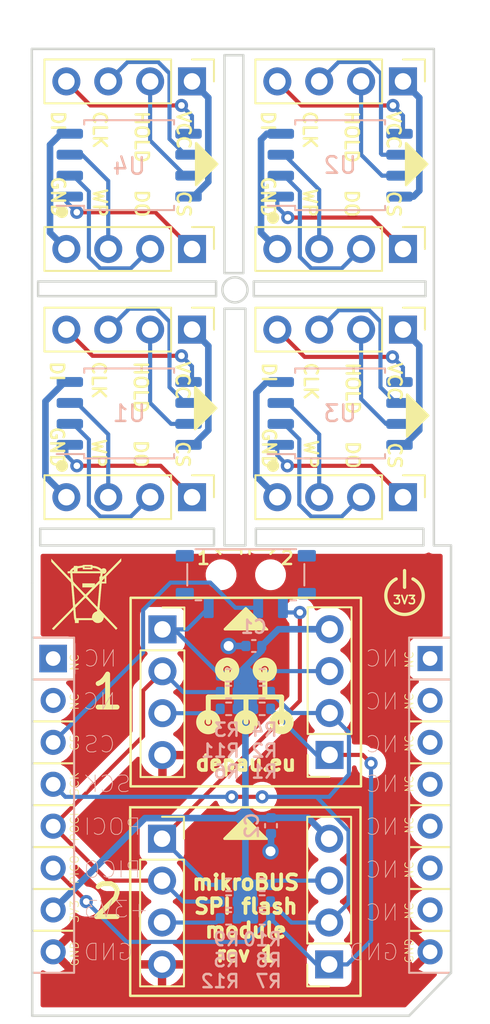
<source format=kicad_pcb>
(kicad_pcb (version 20211014) (generator pcbnew)
  (title_block (title "mikroBUS SPI NOR board") (date "2022-11-13") (rev "1") (company "Davide Depau"))
  (layers (0 "F.Cu" signal) (31 "B.Cu" signal) (34 "B.Paste" user) (35 "F.Paste" user) (36 "B.SilkS" user "B.Silkscreen") (37 "F.SilkS" user "F.Silkscreen") (38 "B.Mask" user) (39 "F.Mask" user) (44 "Edge.Cuts" user))
  (net 0 "")
  (net 3 "Net-(CON1-PadP3)")
  (net 4 "SCK")
  (net 5 "+3V3")
  (net 6 "GND")
  (net 7 "POCI")
  (net 8 "PICO")
  (net 16 "CS1")
  (net 17 "Net-(J1-Pad3)")
  (net 18 "Net-(J2-Pad1)")
  (net 19 "Net-(J2-Pad2)")
  (net 20 "Net-(J2-Pad3)")
  (net 21 "CS2")
  (net 22 "Net-(J11-Pad3)")
  (net 23 "Net-(U3-Pad7)")
  (net 24 "Net-(U3-Pad6)")
  (net 25 "Net-(U3-Pad5)")
  (net 26 "Net-(U4-Pad7)")
  (net 27 "Net-(U4-Pad6)")
  (net 28 "Net-(U4-Pad5)")
  (net 29 "Net-(U2-Pad1)")
  (net 30 "Net-(U2-Pad2)")
  (net 31 "Net-(U2-Pad3)")
  (net 32 "Net-(U3-Pad1)")
  (net 33 "Net-(U3-Pad2)")
  (net 34 "Net-(U3-Pad3)")
  (net 35 "Net-(U4-Pad1)")
  (net 36 "Net-(U4-Pad2)")
  (net 37 "Net-(U4-Pad3)")
  (net 38 "Net-(U1-Pad7)")
  (net 39 "Net-(U1-Pad6)")
  (net 40 "Net-(U1-Pad5)")
  (net 41 "Net-(U2-Pad7)")
  (net 42 "Net-(U2-Pad6)")
  (net 43 "Net-(U2-Pad5)")
  (net 44 "Net-(J12-Pad3)")
  (net 45 "Net-(J6-Pad3)")
  (net 46 "GND1")
  (net 47 "GND2")
  (net 48 "GND3")
  (net 49 "GNDA")
  (net 50 "VCC")
  (net 51 "+3.3VA")
  (net 52 "+3.3VDAC")
  (net 53 "+3.3V")
  (footprint "mikroBUS:MIKROBUS_MODULE_CONN" (layer "F.Cu") (at 89.432 46.99)
    (fp_text reference "CON1")
    (fp_text value "MIKROBUS_MODULE_CONN" hide)
  )
  (footprint "Connector_PinHeader_2.54mm:PinHeader_1x04_P2.54mm_Vertical" (layer "F.Cu") (at 97.854 27.0485 -90)
    (fp_text reference "J9")
    (fp_text value "SPI_MALE_R1")
  )
  (footprint "Connector_PinHeader_2.54mm:PinHeader_1x04_P2.54mm_Vertical" (layer "F.Cu") (at 110.649 37.2085 -90)
    (fp_text reference "J4")
    (fp_text value "SPI_MALE_L3")
  )
  (footprint "Connector_PinSocket_2.54mm:PinSocket_1x04_P2.54mm_Vertical" (layer "F.Cu") (at 96.036 57.912)
    (fp_text reference "J11")
    (fp_text value "SPI_FEM_L2")
  )
  (footprint "mikroBUS:MIKROBUS_LOGO" (layer "F.Cu") (at 101.092 50.8)
    (fp_text reference "*" hide)
    (fp_text value "MIKROCLICK_LOGO" hide)
  )
  (footprint "Symbol:WEEE-Logo_4.2x6mm_SilkScreen" (layer "F.Cu") (at 91.433713 43.942)
    (fp_text reference "REF**" hide)
    (fp_text value "WEEE-Logo_4.2x6mm_SilkScreen" hide)
  )
  (footprint "Connector_PinSocket_2.54mm:PinSocket_1x04_P2.54mm_Vertical" (layer "F.Cu") (at 96.061 45.222)
    (fp_text reference "J1")
    (fp_text value "SPI_FEM_L1")
  )
  (footprint "Connector_PinHeader_2.54mm:PinHeader_1x04_P2.54mm_Vertical" (layer "F.Cu") (at 97.854 12.0015 -90)
    (fp_text reference "J8")
    (fp_text value "SPI_MALE_R4")
  )
  (footprint "Connector_PinSocket_2.54mm:PinSocket_1x04_P2.54mm_Vertical" (layer "F.Cu") (at 106.171 65.532 180)
    (fp_text reference "J12")
    (fp_text value "SPI_FEM_R2")
  )
  (footprint "Connector_PinHeader_2.54mm:PinHeader_1x04_P2.54mm_Vertical" (layer "F.Cu") (at 97.854 22.1615 -90)
    (fp_text reference "J5")
    (fp_text value "SPI_MALE_L4")
  )
  (footprint "Connector_PinHeader_2.54mm:PinHeader_1x04_P2.54mm_Vertical" (layer "F.Cu") (at 110.649 12.0015 -90)
    (fp_text reference "J10")
    (fp_text value "SPI_MALE_R2")
  )
  (footprint "Connector_PinHeader_2.54mm:PinHeader_1x04_P2.54mm_Vertical" (layer "F.Cu") (at 97.854 37.2085 -90)
    (fp_text reference "J2")
    (fp_text value "SPI_MALE_L1")
  )
  (footprint "Connector_PinHeader_2.54mm:PinHeader_1x04_P2.54mm_Vertical" (layer "F.Cu") (at 110.649 22.1615 -90)
    (fp_text reference "J3")
    (fp_text value "SPI_MALE_L2")
  )
  (footprint "Connector_PinSocket_2.54mm:PinSocket_1x04_P2.54mm_Vertical" (layer "F.Cu") (at 106.196 52.832 180)
    (fp_text reference "J6")
    (fp_text value "SPI_FEM_R1")
  )
  (footprint "Connector_PinHeader_2.54mm:PinHeader_1x04_P2.54mm_Vertical" (layer "F.Cu") (at 110.649 27.0485 -90)
    (fp_text reference "J7")
    (fp_text value "SPI_MALE_R3")
  )
  (footprint "Package_SO:SOIC-8_5.23x5.23mm_P1.27mm" (layer "B.Cu") (at 106.839 17.0815)
    (fp_text reference "U2")
    (fp_text value "W25Q128JVS_2")
  )
  (footprint "Capacitor_SMD:C_0402_1005Metric" (layer "B.Cu") (at 101.6 46.228 180)
    (fp_text reference "C1")
    (fp_text value "100n")
  )
  (footprint "Resistor_SMD:R_0402_1005Metric" (layer "B.Cu") (at 102.106 61.722)
    (fp_text reference "R8")
    (fp_text value "10K")
  )
  (footprint "Resistor_SMD:R_0402_1005Metric" (layer "B.Cu") (at 100.076 48.006 180)
    (fp_text reference "R3")
    (fp_text value "10K")
  )
  (footprint "Capacitor_SMD:C_0402_1005Metric" (layer "B.Cu") (at 102.644 57.122 -90)
    (fp_text reference "C2")
    (fp_text value "100n")
  )
  (footprint "Resistor_SMD:R_0402_1005Metric" (layer "B.Cu") (at 100.074 61.722 180)
    (fp_text reference "R5")
    (fp_text value "10K")
  )
  (footprint "Resistor_SMD:R_0402_1005Metric" (layer "B.Cu") (at 100.076 49.022 180)
    (fp_text reference "R11")
    (fp_text value "10K")
  )
  (footprint "Resistor_SMD:R_0402_1005Metric" (layer "B.Cu") (at 100.074 60.706 180)
    (fp_text reference "R9")
    (fp_text value "10K")
  )
  (footprint "Resistor_SMD:R_0402_1005Metric" (layer "B.Cu") (at 100.074 62.738 180)
    (fp_text reference "R12")
    (fp_text value "10K")
  )
  (footprint "Resistor_SMD:R_0402_1005Metric" (layer "B.Cu") (at 102.106 60.706)
    (fp_text reference "R10")
    (fp_text value "10K")
  )
  (footprint "Resistor_SMD:R_0402_1005Metric" (layer "B.Cu") (at 102.108 48.006)
    (fp_text reference "R4")
    (fp_text value "10K")
  )
  (footprint "Package_SO:SOIC-8_5.23x5.23mm_P1.27mm" (layer "B.Cu") (at 106.8365 32.131)
    (fp_text reference "U3")
    (fp_text value "W25Q128JVS_3")
  )
  (footprint "Resistor_SMD:R_0402_1005Metric" (layer "B.Cu") (at 102.108 49.022)
    (fp_text reference "R2")
    (fp_text value "10K")
  )
  (footprint "Package_SO:SOIC-8_5.23x5.23mm_P1.27mm" (layer "B.Cu") (at 94.0415 17.079)
    (fp_text reference "U4")
    (fp_text value "W25Q128JVS_4")
  )
  (footprint "Package_SO:SOIC-8_5.23x5.23mm_P1.27mm" (layer "B.Cu") (at 94.044 32.1285)
    (fp_text reference "U1")
    (fp_text value "W25Q128JVS_1")
  )
  (footprint "Resistor_SMD:R_0402_1005Metric" (layer "B.Cu") (at 102.106 62.738)
    (fp_text reference "R7")
    (fp_text value "10K")
  )
  (footprint "Resistor_SMD:R_0402_1005Metric" (layer "B.Cu") (at 102.108 50.038)
    (fp_text reference "R1")
    (fp_text value "10K")
  )
  (footprint "Resistor_SMD:R_0402_1005Metric" (layer "B.Cu") (at 100.076 50.038 180)
    (fp_text reference "R6")
    (fp_text value "10K")
  )
  (footprint "marbastlib-various:SW_MSK12C02-HB" (layer "B.Cu") (at 101.116 41.91 180)
    (fp_text reference "SW1")
    (fp_text value "SW_SPDT_CS")
  )
  (gr_arc (start 111.252 42.164) (mid 110.744 44.315921) (end 110.236001 42.164) (layer "F.SilkS") (width 0.2))
  (gr_line (start 110.744 42.671999) (end 110.744 41.655999) (layer "F.SilkS") (width 0.2))
  (gr_rect (start 108.101 54.737) (end 94.131 54.737) (layer "F.SilkS") (width 0.15) (fill none))
  (gr_circle (center 102.7684 35.306) (end 103.064612 35.306) (layer "F.SilkS") (width 0.15) (fill solid))
  (gr_poly (pts (xy 102.386 45.212) (xy 99.846 45.212) (xy 101.116 43.942)) (layer "F.SilkS") (width 0.15) (fill solid))
  (gr_line (start 101.346 40.386) (end 102.87 40.386) (layer "F.SilkS") (width 0.15))
  (gr_poly (pts (xy 98.1055 18.2855) (xy 98.1055 15.7455) (xy 99.3755 17.0155)) (layer "F.SilkS") (width 0.15) (fill solid))
  (gr_poly (pts (xy 98.0445 33.081) (xy 98.0445 30.541) (xy 99.3145 31.811)) (layer "F.SilkS") (width 0.15) (fill solid))
  (gr_rect (start 94.106 56.007) (end 108.076 67.437) (layer "F.SilkS") (width 0.15) (fill none))
  (gr_rect (start 94.131 43.307) (end 108.101 43.307) (layer "F.SilkS") (width 0.15) (fill none))
  (gr_poly (pts (xy 110.8395 18.288) (xy 110.8395 15.748) (xy 112.1095 17.018)) (layer "F.SilkS") (width 0.15) (fill solid))
  (gr_line (start 99.314 40.386) (end 99.568 40.64) (layer "F.SilkS") (width 0.15))
  (gr_circle (center 102.7684 20.2692) (end 103.064612 20.2692) (layer "F.SilkS") (width 0.15) (fill solid))
  (gr_line (start 94.131 43.307) (end 94.131 54.737) (layer "F.SilkS") (width 0.15))
  (gr_circle (center 89.9668 35.306) (end 90.263012 35.306) (layer "F.SilkS") (width 0.15) (fill solid))
  (gr_line (start 108.101 43.307) (end 108.101 54.737) (layer "F.SilkS") (width 0.15))
  (gr_poly (pts (xy 110.9005 33.528) (xy 110.9005 30.988) (xy 112.1705 32.258)) (layer "F.SilkS") (width 0.15) (fill solid))
  (gr_line (start 100.838 40.386) (end 99.314 40.386) (layer "F.SilkS") (width 0.15))
  (gr_line (start 101.346 40.64) (end 101.346 40.386) (layer "F.SilkS") (width 0.15))
  (gr_poly (pts (xy 102.361 57.912) (xy 99.821 57.912) (xy 101.091 56.642)) (layer "F.SilkS") (width 0.15) (fill solid))
  (gr_line (start 100.838 40.64) (end 100.838 40.386) (layer "F.SilkS") (width 0.15))
  (gr_circle (center 89.9668 19.9136) (end 90.263012 19.9136) (layer "F.SilkS") (width 0.15) (fill solid))
  (gr_line (start 102.87 40.386) (end 102.616 40.64) (layer "F.SilkS") (width 0.15))
  (gr_line (start 88.162 42.418) (end 88.162 68.6435) (layer "Edge.Cuts") (width 0.15))
  (gr_line (start 99.187 40.132) (end 99.187 39.116) (layer "Edge.Cuts") (width 0.15))
  (gr_line (start 112.522 10.033) (end 112.522 40.132) (layer "Edge.Cuts") (width 0.15))
  (gr_line (start 113.562 40.132) (end 112.522 40.132) (layer "Edge.Cuts") (width 0.15))
  (gr_line (start 113.562 40.132) (end 113.562 42.418) (layer "Edge.Cuts") (width 0.15))
  (gr_line (start 88.519 25.019) (end 88.519 24.13) (layer "Edge.Cuts") (width 0.15))
  (gr_line (start 99.822 40.132) (end 101.092 40.132) (layer "Edge.Cuts") (width 0.15))
  (gr_line (start 111.022 68.6435) (end 113.562 66.04) (layer "Edge.Cuts") (width 0.15))
  (gr_line (start 88.646 40.132) (end 99.187 40.132) (layer "Edge.Cuts") (width 0.15))
  (gr_line (start 88.162 40.132) (end 88.162 42.418) (layer "Edge.Cuts") (width 0.15))
  (gr_line (start 112.014 24.13) (end 112.014 25.019) (layer "Edge.Cuts") (width 0.15))
  (gr_line (start 112.014 25.019) (end 101.6 25.019) (layer "Edge.Cuts") (width 0.15))
  (gr_line (start 101.727 39.116) (end 111.887 39.116) (layer "Edge.Cuts") (width 0.15))
  (gr_line (start 101.092 40.132) (end 101.092 25.781) (layer "Edge.Cuts") (width 0.15))
  (gr_line (start 99.187 39.116) (end 88.646 39.116) (layer "Edge.Cuts") (width 0.15))
  (gr_line (start 100.965 10.414) (end 99.822 10.414) (layer "Edge.Cuts") (width 0.15))
  (gr_line (start 101.6 24.13) (end 112.014 24.13) (layer "Edge.Cuts") (width 0.15))
  (gr_line (start 99.822 25.781) (end 99.822 40.132) (layer "Edge.Cuts") (width 0.15))
  (gr_line (start 99.314 25.019) (end 88.519 25.019) (layer "Edge.Cuts") (width 0.15))
  (gr_line (start 99.314 24.13) (end 99.314 25.019) (layer "Edge.Cuts") (width 0.15))
  (gr_line (start 100.965 23.622) (end 100.965 10.414) (layer "Edge.Cuts") (width 0.15))
  (gr_line (start 88.646 24.13) (end 88.519 24.13) (layer "Edge.Cuts") (width 0.15))
  (gr_line (start 88.162 40.132) (end 88.138 10.033) (layer "Edge.Cuts") (width 0.15))
  (gr_line (start 113.562 66.04) (end 113.562 42.418) (layer "Edge.Cuts") (width 0.15))
  (gr_line (start 88.162 68.6435) (end 111.022 68.6435) (layer "Edge.Cuts") (width 0.15))
  (gr_line (start 101.092 25.781) (end 99.822 25.781) (layer "Edge.Cuts") (width 0.15))
  (gr_line (start 99.822 23.622) (end 100.965 23.622) (layer "Edge.Cuts") (width 0.15))
  (gr_line (start 99.822 10.414) (end 99.822 23.622) (layer "Edge.Cuts") (width 0.15))
  (gr_line (start 101.727 40.132) (end 101.727 39.116) (layer "Edge.Cuts") (width 0.15))
  (gr_circle (center 100.457 24.638) (end 101.219 24.638) (layer "Edge.Cuts") (width 0.15) (fill none))
  (gr_line (start 88.138 10.033) (end 112.522 10.033) (layer "Edge.Cuts") (width 0.15))
  (gr_line (start 111.887 40.132) (end 101.727 40.132) (layer "Edge.Cuts") (width 0.15))
  (gr_line (start 101.6 25.019) (end 101.6 24.13) (layer "Edge.Cuts") (width 0.15))
  (gr_line (start 111.887 39.116) (end 111.887 40.132) (layer "Edge.Cuts") (width 0.15))
  (gr_line (start 88.646 24.13) (end 99.314 24.13) (layer "Edge.Cuts") (width 0.15))
  (gr_line (start 88.646 39.116) (end 88.646 40.132) (layer "Edge.Cuts") (width 0.15))
  (gr_text "mikroBUS\nSPI flash\nmodule\nrev 1" (at 101.116 62.738) (layer "F.SilkS") (effects (font (size 0.9 0.9) (thickness 0.225))))
  (gr_text "3V3" (at 110.744 43.433999) (layer "F.SilkS") (effects (font (size 0.5 0.5) (thickness 0.1))))
  (gr_text "WP" (at 92.2025 35.494 -90) (layer "F.SilkS") (effects (font (size 0.8 0.8)) (justify right)))
  (gr_text "VCC" (at 110.0775 13.716 -90) (layer "F.SilkS") (effects (font (size 0.8 0.8)) (justify left)))
  (gr_text "WP" (at 104.9975 20.32 -90) (layer "F.SilkS") (effects (font (size 0.8 0.8)) (justify right)))
  (gr_text "CS" (at 97.2825 35.494 -90) (layer "F.SilkS") (effects (font (size 0.8 0.8)) (justify right)))
  (gr_text "HOLD" (at 107.5985 28.956 -90) (layer "F.SilkS") (effects (font (size 0.8 0.8)) (justify left)))
  (gr_text "WP" (at 92.2635 20.3175 -90) (layer "F.SilkS") (effects (font (size 0.8 0.8)) (justify right)))
  (gr_text "HOLD" (at 107.5375 13.716 -90) (layer "F.SilkS") (effects (font (size 0.8 0.8)) (justify left)))
  (gr_text "CLK" (at 92.2025 28.89 -90) (layer "F.SilkS") (effects (font (size 0.8 0.8)) (justify left)))
  (gr_text "1" (at 92.734 49.022) (layer "F.SilkS") (effects (font (size 2 2) (thickness 0.3))))
  (gr_text "CLK" (at 105.0585 28.956 -90) (layer "F.SilkS") (effects (font (size 0.8 0.8)) (justify left)))
  (gr_text "DI" (at 102.4575 13.716 -90) (layer "F.SilkS") (effects (font (size 0.8 0.8)) (justify left)))
  (gr_text "DO" (at 94.8035 20.3175 -90) (layer "F.SilkS") (effects (font (size 0.8 0.8)) (justify right)))
  (gr_text "VCC" (at 97.2825 28.89 -90) (layer "F.SilkS") (effects (font (size 0.8 0.8)) (justify left)))
  (gr_text "DI" (at 102.5185 28.956 -90) (layer "F.SilkS") (effects (font (size 0.8 0.8)) (justify left)))
  (gr_text "CLK" (at 104.9975 13.716 -90) (layer "F.SilkS") (effects (font (size 0.8 0.8)) (justify left)))
  (gr_text "GND" (at 89.6625 35.494 -90) (layer "F.SilkS") (effects (font (size 0.8 0.8)) (justify right)))
  (gr_text "VCC" (at 110.1385 28.956 -90) (layer "F.SilkS") (effects (font (size 0.8 0.8)) (justify left)))
  (gr_text "VCC" (at 97.3435 13.7135 -90) (layer "F.SilkS") (effects (font (size 0.8 0.8)) (justify left)))
  (gr_text "GND" (at 102.4575 20.32 -90) (layer "F.SilkS") (effects (font (size 0.8 0.8)) (justify right)))
  (gr_text "CS" (at 110.0775 20.32 -90) (layer "F.SilkS") (effects (font (size 0.8 0.8)) (justify right)))
  (gr_text "GND" (at 102.5185 35.56 -90) (layer "F.SilkS") (effects (font (size 0.8 0.8)) (justify right)))
  (gr_text "WP" (at 105.0585 35.56 -90) (layer "F.SilkS") (effects (font (size 0.8 0.8)) (justify right)))
  (gr_text "DO" (at 107.5375 20.32 -90) (layer "F.SilkS") (effects (font (size 0.8 0.8)) (justify right)))
  (gr_text "DI" (at 89.7235 13.7135 -90) (layer "F.SilkS") (effects (font (size 0.8 0.8)) (justify left)))
  (gr_text "CS" (at 110.1385 35.56 -90) (layer "F.SilkS") (effects (font (size 0.8 0.8)) (justify right)))
  (gr_text "CS" (at 97.3435 20.3175 -90) (layer "F.SilkS") (effects (font (size 0.8 0.8)) (justify right)))
  (gr_text "depau.eu" (at 101.116 53.34) (layer "F.SilkS") (effects (font (size 0.9 0.9) (thickness 0.225))))
  (gr_text "2" (at 92.734 61.722) (layer "F.SilkS") (effects (font (size 2 2) (thickness 0.3))))
  (gr_text "1" (at 98.552 40.894) (layer "F.SilkS") (effects (font (size 0.8 0.8))))
  (gr_text "HOLD" (at 94.8035 13.7135 -90) (layer "F.SilkS") (effects (font (size 0.8 0.8)) (justify left)))
  (gr_text "DO" (at 107.5985 35.56 -90) (layer "F.SilkS") (effects (font (size 0.8 0.8)) (justify right)))
  (gr_text "HOLD" (at 94.7425 28.89 -90) (layer "F.SilkS") (effects (font (size 0.8 0.8)) (justify left)))
  (gr_text "2" (at 103.632 40.894) (layer "F.SilkS") (effects (font (size 0.8 0.8))))
  (gr_text "GND" (at 89.7235 20.3175 -90) (layer "F.SilkS") (effects (font (size 0.8 0.8)) (justify right)))
  (gr_text "DO" (at 94.7425 35.494 -90) (layer "F.SilkS") (effects (font (size 0.8 0.8)) (justify right)))
  (gr_text "DI" (at 89.6625 28.89 -90) (layer "F.SilkS") (effects (font (size 0.8 0.8)) (justify left)))
  (gr_text "CLK" (at 92.2635 13.7135 -90) (layer "F.SilkS") (effects (font (size 0.8 0.8)) (justify left)))
  (segment (start 96.548 42.385) (end 98.959627 42.385) (width 0.25) (layer "B.Cu") (net 3))
  (segment (start 89.432 52.07) (end 94.886 46.616) (width 0.25) (layer "B.Cu") (net 3))
  (segment (start 98.959627 42.385) (end 100.484627 43.91) (width 0.25) (layer "B.Cu") (net 3))
  (segment (start 94.886 46.616) (end 94.886 44.047) (width 0.25) (layer "B.Cu") (net 3))
  (segment (start 94.886 44.047) (end 96.548 42.385) (width 0.25) (layer "B.Cu") (net 3))
  (segment (start 100.484627 43.91) (end 101.866 43.91) (width 0.25) (layer "B.Cu") (net 3))
  (segment (start 102.108 55.372) (end 100.260891 55.372) (width 0.25) (layer "F.Cu") (net 4))
  (via (at 100.260891 55.372) (size 0.8) (drill 0.4) (layers "F.Cu" "B.Cu") (net 4))
  (via (at 102.108 55.372) (size 0.8) (drill 0.4) (layers "F.Cu" "B.Cu") (net 4))
  (segment (start 106.196 50.292) (end 103.888 50.292) (width 0.25) (layer "B.Cu") (net 4))
  (segment (start 103.888 50.292) (end 102.618 49.022) (width 0.25) (layer "B.Cu") (net 4))
  (segment (start 106.171 62.992) (end 103.886 62.992) (width 0.25) (layer "B.Cu") (net 4))
  (segment (start 107.346 61.817) (end 106.171 62.992) (width 0.25) (layer "B.Cu") (net 4))
  (segment (start 103.886 62.992) (end 102.616 61.722) (width 0.25) (layer "B.Cu") (net 4))
  (segment (start 102.108 55.372) (end 105.41 55.372) (width 0.25) (layer "B.Cu") (net 4))
  (segment (start 107.371 54.007) (end 107.371 51.467) (width 0.25) (layer "B.Cu") (net 4))
  (segment (start 100.260891 55.372) (end 90.17 55.372) (width 0.25) (layer "B.Cu") (net 4))
  (segment (start 107.371 51.467) (end 106.196 50.292) (width 0.25) (layer "B.Cu") (net 4))
  (segment (start 90.17 55.372) (end 89.432 54.61) (width 0.25) (layer "B.Cu") (net 4))
  (segment (start 106.172 55.372) (end 107.371 54.007) (width 0.25) (layer "B.Cu") (net 4))
  (segment (start 102.108 55.372) (end 106.172 55.372) (width 0.25) (layer "B.Cu") (net 4))
  (segment (start 107.346 57.425299) (end 107.346 61.817) (width 0.25) (layer "B.Cu") (net 4))
  (segment (start 105.41 55.372) (end 107.346 57.425299) (width 0.25) (layer "B.Cu") (net 4))
  (segment (start 100.604 56.662) (end 101.366 56.662) (width 0.4) (layer "B.Cu") (net 5))
  (segment (start 106.196 45.212) (end 103.096 45.212) (width 0.4) (layer "B.Cu") (net 5))
  (segment (start 100.586 48.01) (end 101.598 49.022) (width 0.4) (layer "B.Cu") (net 5))
  (segment (start 100.586 48.006) (end 100.586 48.01) (width 0.4) (layer "B.Cu") (net 5))
  (segment (start 100.584 61.722) (end 100.584 61.718) (width 0.4) (layer "B.Cu") (net 5))
  (segment (start 101.598 49.026) (end 100.586 50.038) (width 0.4) (layer "B.Cu") (net 5))
  (segment (start 101.596 60.706) (end 100.584 60.706) (width 0.4) (layer "B.Cu") (net 5))
  (segment (start 101.598 48.006) (end 101.598 50.038) (width 0.4) (layer "B.Cu") (net 5))
  (segment (start 100.584 61.722) (end 100.584 61.726) (width 0.4) (layer "B.Cu") (net 5))
  (segment (start 100.586 48.006) (end 101.598 48.006) (width 0.4) (layer "B.Cu") (net 5))
  (segment (start 101.092 57.15) (end 100.604 56.662) (width 0.4) (layer "B.Cu") (net 5))
  (segment (start 100.586 48.006) (end 100.586 48.004) (width 0.4) (layer "B.Cu") (net 5))
  (segment (start 100.584 60.706) (end 100.584 62.738) (width 0.4) (layer "B.Cu") (net 5))
  (segment (start 95 56.662) (end 100.604 56.662) (width 0.4) (layer "B.Cu") (net 5))
  (segment (start 101.092 56.134) (end 101.58 56.622) (width 0.4) (layer "B.Cu") (net 5))
  (segment (start 101.092 47.498) (end 102.08 46.51) (width 0.4) (layer "B.Cu") (net 5))
  (segment (start 100.584 62.738) (end 101.596 62.738) (width 0.4) (layer "B.Cu") (net 5))
  (segment (start 100.584 61.718) (end 101.596 60.706) (width 0.4) (layer "B.Cu") (net 5))
  (segment (start 100.604 56.662) (end 100.604 56.622) (width 0.4) (layer "B.Cu") (net 5))
  (segment (start 101.58 56.622) (end 101.58 56.662) (width 0.4) (layer "B.Cu") (net 5))
  (segment (start 101.092 50.544) (end 100.586 50.038) (width 0.4) (layer "B.Cu") (net 5))
  (segment (start 101.598 48.006) (end 101.598 48.01) (width 0.4) (layer "B.Cu") (net 5))
  (segment (start 101.596 62.738) (end 101.596 60.706) (width 0.4) (layer "B.Cu") (net 5))
  (segment (start 100.586 48.004) (end 101.092 47.498) (width 0.4) (layer "B.Cu") (net 5))
  (segment (start 101.598 48.006) (end 101.598 49.026) (width 0.4) (layer "B.Cu") (net 5))
  (segment (start 101.596 60.702) (end 101.092 60.198) (width 0.4) (layer "B.Cu") (net 5))
  (segment (start 100.584 62.734) (end 101.596 61.722) (width 0.4) (layer "B.Cu") (net 5))
  (segment (start 101.092 50.544) (end 101.598 50.038) (width 0.4) (layer "B.Cu") (net 5))
  (segment (start 101.366 56.662) (end 101.092 56.388) (width 0.4) (layer "B.Cu") (net 5))
  (segment (start 101.596 60.706) (end 101.596 60.702) (width 0.4) (layer "B.Cu") (net 5))
  (segment (start 103.096 45.212) (end 102.08 46.228) (width 0.4) (layer "B.Cu") (net 5))
  (segment (start 101.092 47.498) (end 101.598 48.004) (width 0.4) (layer "B.Cu") (net 5))
  (segment (start 100.586 50.038) (end 100.586 48.006) (width 0.4) (layer "B.Cu") (net 5))
  (segment (start 100.584 60.706) (end 101.092 60.198) (width 0.4) (layer "B.Cu") (net 5))
  (segment (start 101.092 50.544) (end 101.092 47.498) (width 0.4) (layer "B.Cu") (net 5))
  (segment (start 101.092 56.134) (end 101.092 50.544) (width 0.4) (layer "B.Cu") (net 5))
  (segment (start 100.584 60.71) (end 101.596 61.722) (width 0.4) (layer "B.Cu") (net 5))
  (segment (start 100.584 61.722) (end 101.596 61.722) (width 0.4) (layer "B.Cu") (net 5))
  (segment (start 101.092 56.388) (end 101.092 56.134) (width 0.4) (layer "B.Cu") (net 5))
  (segment (start 101.092 60.198) (end 101.092 57.15) (width 0.4) (layer "B.Cu") (net 5))
  (segment (start 101.598 48.004) (end 101.598 48.006) (width 0.4) (layer "B.Cu") (net 5))
  (segment (start 101.598 48.01) (end 100.586 49.022) (width 0.4) (layer "B.Cu") (net 5))
  (segment (start 102.624 56.662) (end 102.644 56.642) (width 0.4) (layer "B.Cu") (net 5))
  (segment (start 101.58 56.662) (end 102.624 56.662) (width 0.4) (layer "B.Cu") (net 5))
  (segment (start 89.432 62.23) (end 95 56.662) (width 0.4) (layer "B.Cu") (net 5))
  (segment (start 101.366 56.662) (end 101.58 56.662) (width 0.4) (layer "B.Cu") (net 5))
  (segment (start 100.586 48.006) (end 100.586 49.026) (width 0.4) (layer "B.Cu") (net 5))
  (segment (start 102.644 56.642) (end 104.901 56.642) (width 0.4) (layer "B.Cu") (net 5))
  (segment (start 100.818 56.662) (end 101.092 56.388) (width 0.4) (layer "B.Cu") (net 5))
  (segment (start 100.584 62.738) (end 100.584 62.734) (width 0.4) (layer "B.Cu") (net 5))
  (segment (start 102.08 46.51) (end 102.08 46.228) (width 0.4) (layer "B.Cu") (net 5))
  (segment (start 100.584 60.706) (end 100.584 60.71) (width 0.4) (layer "B.Cu") (net 5))
  (segment (start 104.901 56.642) (end 106.171 57.912) (width 0.4) (layer "B.Cu") (net 5))
  (segment (start 100.586 49.026) (end 101.598 50.038) (width 0.4) (layer "B.Cu") (net 5))
  (segment (start 100.604 56.662) (end 100.818 56.662) (width 0.4) (layer "B.Cu") (net 5))
  (segment (start 100.604 56.622) (end 101.092 56.134) (width 0.4) (layer "B.Cu") (net 5))
  (segment (start 101.598 49.022) (end 100.586 49.022) (width 0.4) (layer "B.Cu") (net 5))
  (segment (start 101.092 57.15) (end 101.58 56.662) (width 0.4) (layer "B.Cu") (net 5))
  (segment (start 100.584 61.726) (end 101.596 62.738) (width 0.4) (layer "B.Cu") (net 5))
  (via (at 102.616 58.674) (size 1) (drill 0.6) (layers "F.Cu" "B.Cu") (net 6))
  (via (at 100.076 46.228) (size 1) (drill 0.6) (layers "F.Cu" "B.Cu") (net 6))
  (segment (start 102.644 57.602) (end 102.644 58.646) (width 0.4) (layer "B.Cu") (net 6))
  (segment (start 101.12 46.228) (end 100.076 46.228) (width 0.4) (layer "B.Cu") (net 6))
  (segment (start 102.644 58.646) (end 102.616 58.674) (width 0.4) (layer "B.Cu") (net 6))
  (segment (start 96.061 47.762) (end 94.886 48.937) (width 0.25) (layer "F.Cu") (net 7))
  (segment (start 96.036 60.452) (end 92.734 60.452) (width 0.25) (layer "F.Cu") (net 7))
  (segment (start 92.734 60.452) (end 89.432 57.15) (width 0.25) (layer "F.Cu") (net 7))
  (segment (start 94.886 48.937) (end 94.886 51.696) (width 0.25) (layer "F.Cu") (net 7))
  (segment (start 94.886 51.696) (end 89.432 57.15) (width 0.25) (layer "F.Cu") (net 7))
  (segment (start 96.061 47.762) (end 97.321 49.022) (width 0.25) (layer "B.Cu") (net 7))
  (segment (start 97.321 49.022) (end 99.566 49.022) (width 0.25) (layer "B.Cu") (net 7))
  (segment (start 99.564 61.722) (end 97.306 61.722) (width 0.25) (layer "B.Cu") (net 7))
  (segment (start 97.306 61.722) (end 96.036 60.452) (width 0.25) (layer "B.Cu") (net 7))
  (segment (start 108.204 52.832) (end 106.196 52.832) (width 0.25) (layer "F.Cu") (net 8))
  (segment (start 91.44 61.698) (end 91.44 61.722) (width 0.25) (layer "F.Cu") (net 8))
  (segment (start 89.432 59.69) (end 91.44 61.698) (width 0.25) (layer "F.Cu") (net 8))
  (segment (start 108.712 53.34) (end 108.204 52.832) (width 0.25) (layer "F.Cu") (net 8))
  (via (at 91.44 61.722) (size 0.8) (drill 0.4) (layers "F.Cu" "B.Cu") (net 8))
  (via (at 108.712 53.34) (size 0.8) (drill 0.4) (layers "F.Cu" "B.Cu") (net 8))
  (segment (start 101.187 64.167) (end 102.616 62.738) (width 0.25) (layer "B.Cu") (net 8))
  (segment (start 106.171 65.532) (end 107.271 65.532) (width 0.25) (layer "B.Cu") (net 8))
  (segment (start 105.412 52.832) (end 102.618 50.038) (width 0.25) (layer "B.Cu") (net 8))
  (segment (start 91.44 61.722) (end 93.885 64.167) (width 0.25) (layer "B.Cu") (net 8))
  (segment (start 106.196 52.832) (end 105.412 52.832) (width 0.25) (layer "B.Cu") (net 8))
  (segment (start 108.712 64.091) (end 108.712 53.34) (width 0.25) (layer "B.Cu") (net 8))
  (segment (start 106.171 65.532) (end 105.41 65.532) (width 0.25) (layer "B.Cu") (net 8))
  (segment (start 105.41 65.532) (end 102.616 62.738) (width 0.25) (layer "B.Cu") (net 8))
  (segment (start 107.271 65.532) (end 108.712 64.091) (width 0.25) (layer "B.Cu") (net 8))
  (segment (start 93.885 64.167) (end 101.187 64.167) (width 0.25) (layer "B.Cu") (net 8))
  (segment (start 96.061 45.222) (end 96.782 45.222) (width 0.25) (layer "B.Cu") (net 16))
  (segment (start 96.061 45.222) (end 97.554 45.222) (width 0.25) (layer "B.Cu") (net 16))
  (segment (start 96.782 45.222) (end 99.566 48.006) (width 0.25) (layer "B.Cu") (net 16))
  (segment (start 97.554 45.222) (end 98.866 43.91) (width 0.25) (layer "B.Cu") (net 16))
  (segment (start 96.061 50.302) (end 99.302 50.302) (width 0.25) (layer "B.Cu") (net 17))
  (segment (start 99.302 50.302) (end 99.566 50.038) (width 0.25) (layer "B.Cu") (net 17))
  (segment (start 97.854 37.2085) (end 95.949 35.3035) (width 0.25) (layer "F.Cu") (net 18))
  (segment (start 95.949 35.3035) (end 90.869 35.3035) (width 0.25) (layer "F.Cu") (net 18))
  (via (at 90.869 35.3035) (size 0.8) (drill 0.4) (layers "F.Cu" "B.Cu") (net 18))
  (segment (start 90.234 34.2435) (end 90.444 34.0335) (width 0.25) (layer "B.Cu") (net 18))
  (segment (start 90.234 34.6685) (end 90.234 34.2435) (width 0.25) (layer "B.Cu") (net 18))
  (segment (start 90.869 35.3035) (end 90.234 34.6685) (width 0.25) (layer "B.Cu") (net 18))
  (segment (start 90.444 32.7635) (end 90.645751 32.7635) (width 0.25) (layer "B.Cu") (net 19))
  (segment (start 94.139 38.3835) (end 95.314 37.2085) (width 0.25) (layer "B.Cu") (net 19))
  (segment (start 91.599 37.695201) (end 92.287299 38.3835) (width 0.25) (layer "B.Cu") (net 19))
  (segment (start 91.599 33.716749) (end 91.599 37.695201) (width 0.25) (layer "B.Cu") (net 19))
  (segment (start 90.645751 32.7635) (end 91.599 33.716749) (width 0.25) (layer "B.Cu") (net 19))
  (segment (start 92.287299 38.3835) (end 94.139 38.3835) (width 0.25) (layer "B.Cu") (net 19))
  (segment (start 90.444 31.4935) (end 90.869 31.4935) (width 0.25) (layer "B.Cu") (net 20))
  (segment (start 92.774 33.3985) (end 92.774 37.2085) (width 0.25) (layer "B.Cu") (net 20))
  (segment (start 90.869 31.4935) (end 92.774 33.3985) (width 0.25) (layer "B.Cu") (net 20))
  (segment (start 96.036 57.912) (end 104.394 49.554) (width 0.25) (layer "F.Cu") (net 21))
  (segment (start 104.394 49.554) (end 104.394 44.196) (width 0.25) (layer "F.Cu") (net 21))
  (via (at 104.394 44.196) (size 0.8) (drill 0.4) (layers "F.Cu" "B.Cu") (net 21))
  (segment (start 98.83 60.706) (end 96.036 57.912) (width 0.25) (layer "B.Cu") (net 21))
  (segment (start 99.564 60.706) (end 98.83 60.706) (width 0.25) (layer "B.Cu") (net 21))
  (segment (start 103.652 44.196) (end 103.366 43.91) (width 0.25) (layer "B.Cu") (net 21))
  (segment (start 104.394 44.196) (end 103.652 44.196) (width 0.25) (layer "B.Cu") (net 21))
  (segment (start 99.31 62.992) (end 96.036 62.992) (width 0.25) (layer "B.Cu") (net 22))
  (segment (start 99.564 62.738) (end 99.31 62.992) (width 0.25) (layer "B.Cu") (net 22))
  (segment (start 110.4365 32.766) (end 109.624799 32.766) (width 0.25) (layer "B.Cu") (net 23))
  (segment (start 108.109 31.250201) (end 108.109 27.0485) (width 0.25) (layer "B.Cu") (net 23))
  (segment (start 109.624799 32.766) (end 108.109 31.250201) (width 0.25) (layer "B.Cu") (net 23))
  (segment (start 110.4365 31.496) (end 110.234749 31.496) (width 0.25) (layer "B.Cu") (net 24))
  (segment (start 109.284 26.561799) (end 108.595701 25.8735) (width 0.25) (layer "B.Cu") (net 24))
  (segment (start 108.595701 25.8735) (end 106.744 25.8735) (width 0.25) (layer "B.Cu") (net 24))
  (segment (start 106.744 25.8735) (end 105.569 27.0485) (width 0.25) (layer "B.Cu") (net 24))
  (segment (start 110.234749 31.496) (end 109.284 30.545251) (width 0.25) (layer "B.Cu") (net 24))
  (segment (start 109.284 30.545251) (end 109.284 26.561799) (width 0.25) (layer "B.Cu") (net 24))
  (segment (start 103.029 27.0485) (end 104.6825 28.702) (width 0.25) (layer "F.Cu") (net 25))
  (segment (start 104.6825 28.702) (end 110.0085 28.702) (width 0.25) (layer "F.Cu") (net 25))
  (via (at 110.0085 28.702) (size 0.8) (drill 0.4) (layers "F.Cu" "B.Cu") (net 25))
  (segment (start 110.6465 29.34) (end 110.0085 28.702) (width 0.25) (layer "B.Cu") (net 25))
  (segment (start 110.6465 29.591) (end 110.6465 29.34) (width 0.25) (layer "B.Cu") (net 25))
  (segment (start 110.6465 30.016) (end 110.4365 30.226) (width 0.25) (layer "B.Cu") (net 25))
  (segment (start 110.6465 29.591) (end 110.6465 30.016) (width 0.25) (layer "B.Cu") (net 25))
  (segment (start 97.6415 17.714) (end 97.439749 17.714) (width 0.25) (layer "B.Cu") (net 26))
  (segment (start 97.439749 17.714) (end 95.314 15.588251) (width 0.25) (layer "B.Cu") (net 26))
  (segment (start 95.314 15.588251) (end 95.314 12.0015) (width 0.25) (layer "B.Cu") (net 26))
  (segment (start 96.489 11.514799) (end 95.800701 10.8265) (width 0.25) (layer "B.Cu") (net 27))
  (segment (start 95.800701 10.8265) (end 93.949 10.8265) (width 0.25) (layer "B.Cu") (net 27))
  (segment (start 96.489 15.493251) (end 96.489 11.514799) (width 0.25) (layer "B.Cu") (net 27))
  (segment (start 97.6415 16.444) (end 97.439749 16.444) (width 0.25) (layer "B.Cu") (net 27))
  (segment (start 97.439749 16.444) (end 96.489 15.493251) (width 0.25) (layer "B.Cu") (net 27))
  (segment (start 93.949 10.8265) (end 92.774 12.0015) (width 0.25) (layer "B.Cu") (net 27))
  (segment (start 91.692 13.4595) (end 90.234 12.0015) (width 0.25) (layer "F.Cu") (net 28))
  (segment (start 97.2135 13.4595) (end 91.692 13.4595) (width 0.25) (layer "F.Cu") (net 28))
  (via (at 97.2135 13.4595) (size 0.8) (drill 0.4) (layers "F.Cu" "B.Cu") (net 28))
  (segment (start 97.8515 14.964) (end 97.6415 15.174) (width 0.25) (layer "B.Cu") (net 28))
  (segment (start 97.8515 14.8565) (end 97.8515 14.964) (width 0.25) (layer "B.Cu") (net 28))
  (segment (start 97.8515 14.8565) (end 97.8515 14.0975) (width 0.25) (layer "B.Cu") (net 28))
  (segment (start 97.8515 14.0975) (end 97.2135 13.4595) (width 0.25) (layer "B.Cu") (net 28))
  (segment (start 110.649 22.1615) (end 108.744 20.2565) (width 0.25) (layer "F.Cu") (net 29))
  (segment (start 108.744 20.2565) (end 103.664 20.2565) (width 0.25) (layer "F.Cu") (net 29))
  (via (at 103.664 20.2565) (size 0.8) (drill 0.4) (layers "F.Cu" "B.Cu") (net 29))
  (segment (start 103.664 20.2565) (end 103.029 19.6215) (width 0.25) (layer "B.Cu") (net 29))
  (segment (start 103.029 19.1965) (end 103.239 18.9865) (width 0.25) (layer "B.Cu") (net 29))
  (segment (start 103.029 19.6215) (end 103.029 19.1965) (width 0.25) (layer "B.Cu") (net 29))
  (segment (start 106.934 23.3365) (end 108.109 22.1615) (width 0.25) (layer "B.Cu") (net 30))
  (segment (start 104.394 22.648201) (end 105.082299 23.3365) (width 0.25) (layer "B.Cu") (net 30))
  (segment (start 105.082299 23.3365) (end 106.934 23.3365) (width 0.25) (layer "B.Cu") (net 30))
  (segment (start 103.440751 17.7165) (end 104.394 18.669749) (width 0.25) (layer "B.Cu") (net 30))
  (segment (start 104.394 18.669749) (end 104.394 22.648201) (width 0.25) (layer "B.Cu") (net 30))
  (segment (start 103.239 17.7165) (end 103.440751 17.7165) (width 0.25) (layer "B.Cu") (net 30))
  (segment (start 103.440751 16.4465) (end 105.569 18.574749) (width 0.25) (layer "B.Cu") (net 31))
  (segment (start 105.569 18.574749) (end 105.569 22.1615) (width 0.25) (layer "B.Cu") (net 31))
  (segment (start 103.239 16.4465) (end 103.440751 16.4465) (width 0.25) (layer "B.Cu") (net 31))
  (segment (start 108.7465 35.306) (end 103.637 35.306) (width 0.25) (layer "F.Cu") (net 32))
  (segment (start 110.649 37.2085) (end 108.7465 35.306) (width 0.25) (layer "F.Cu") (net 32))
  (via (at 103.637 35.306) (size 0.8) (drill 0.4) (layers "F.Cu" "B.Cu") (net 32))
  (segment (start 103.637 35.306) (end 103.637 35.2815) (width 0.25) (layer "B.Cu") (net 32))
  (segment (start 103.0265 34.671) (end 103.0265 34.246) (width 0.25) (layer "B.Cu") (net 32))
  (segment (start 103.0265 34.246) (end 103.2365 34.036) (width 0.25) (layer "B.Cu") (net 32))
  (segment (start 103.637 35.2815) (end 103.0265 34.671) (width 0.25) (layer "B.Cu") (net 32))
  (segment (start 104.3615 33.689249) (end 103.438251 32.766) (width 0.25) (layer "B.Cu") (net 33))
  (segment (start 104.3615 37.662701) (end 104.3615 33.689249) (width 0.25) (layer "B.Cu") (net 33))
  (segment (start 103.438251 32.766) (end 103.2365 32.766) (width 0.25) (layer "B.Cu") (net 33))
  (segment (start 105.082299 38.3835) (end 104.3615 37.662701) (width 0.25) (layer "B.Cu") (net 33))
  (segment (start 106.934 38.3835) (end 105.082299 38.3835) (width 0.25) (layer "B.Cu") (net 33))
  (segment (start 108.109 37.2085) (end 106.934 38.3835) (width 0.25) (layer "B.Cu") (net 33))
  (segment (start 105.569 33.4035) (end 105.569 37.2085) (width 0.25) (layer "B.Cu") (net 34))
  (segment (start 103.2365 31.496) (end 103.6615 31.496) (width 0.25) (layer "B.Cu") (net 34))
  (segment (start 103.6615 31.496) (end 105.569 33.4035) (width 0.25) (layer "B.Cu") (net 34))
  (segment (start 95.629 19.9365) (end 90.8665 19.9365) (width 0.25) (layer "F.Cu") (net 35))
  (segment (start 97.854 22.1615) (end 95.629 19.9365) (width 0.25) (layer "F.Cu") (net 35))
  (via (at 90.8665 19.9365) (size 0.8) (drill 0.4) (layers "F.Cu" "B.Cu") (net 35))
  (segment (start 90.2315 19.194) (end 90.4415 18.984) (width 0.25) (layer "B.Cu") (net 35))
  (segment (start 90.8665 19.9365) (end 90.2315 19.3015) (width 0.25) (layer "B.Cu") (net 35))
  (segment (start 90.2315 19.3015) (end 90.2315 19.194) (width 0.25) (layer "B.Cu") (net 35))
  (segment (start 90.643251 17.714) (end 91.599 18.669749) (width 0.25) (layer "B.Cu") (net 36))
  (segment (start 94.139 23.3365) (end 92.287299 23.3365) (width 0.25) (layer "B.Cu") (net 36))
  (segment (start 91.599 18.669749) (end 91.599 22.648201) (width 0.25) (layer "B.Cu") (net 36))
  (segment (start 92.287299 23.3365) (end 91.599 22.648201) (width 0.25) (layer "B.Cu") (net 36))
  (segment (start 90.4415 17.714) (end 90.643251 17.714) (width 0.25) (layer "B.Cu") (net 36))
  (segment (start 95.314 22.1615) (end 94.139 23.3365) (width 0.25) (layer "B.Cu") (net 36))
  (segment (start 91.184 16.444) (end 90.4415 16.444) (width 0.25) (layer "B.Cu") (net 37))
  (segment (start 92.774 18.034) (end 91.184 16.444) (width 0.25) (layer "B.Cu") (net 37))
  (segment (start 92.774 22.1615) (end 92.774 18.034) (width 0.25) (layer "B.Cu") (net 37))
  (segment (start 95.314 27.0485) (end 95.314 31.4935) (width 0.25) (layer "B.Cu") (net 38))
  (segment (start 96.584 32.7635) (end 97.644 32.7635) (width 0.25) (layer "B.Cu") (net 38))
  (segment (start 95.314 31.4935) (end 96.584 32.7635) (width 0.25) (layer "B.Cu") (net 38))
  (segment (start 95.705701 25.7785) (end 94.044 25.7785) (width 0.25) (layer "B.Cu") (net 39))
  (segment (start 96.489 26.561799) (end 95.705701 25.7785) (width 0.25) (layer "B.Cu") (net 39))
  (segment (start 97.644 31.4935) (end 97.442249 31.4935) (width 0.25) (layer "B.Cu") (net 39))
  (segment (start 97.442249 31.4935) (end 96.489 30.540251) (width 0.25) (layer "B.Cu") (net 39))
  (segment (start 96.489 30.540251) (end 96.489 26.561799) (width 0.25) (layer "B.Cu") (net 39))
  (segment (start 94.044 25.7785) (end 92.774 27.0485) (width 0.25) (layer "B.Cu") (net 39))
  (segment (start 91.8215 28.636) (end 90.234 27.0485) (width 0.25) (layer "F.Cu") (net 40))
  (segment (start 97.2135 28.636) (end 91.8215 28.636) (width 0.25) (layer "F.Cu") (net 40))
  (via (at 97.2135 28.636) (size 0.8) (drill 0.4) (layers "F.Cu" "B.Cu") (net 40))
  (segment (start 97.854 30.0135) (end 97.644 30.2235) (width 0.25) (layer "B.Cu") (net 40))
  (segment (start 97.854 29.5885) (end 97.854 30.0135) (width 0.25) (layer "B.Cu") (net 40))
  (segment (start 97.854 29.5885) (end 97.854 29.2765) (width 0.25) (layer "B.Cu") (net 40))
  (segment (start 97.854 29.2765) (end 97.2135 28.636) (width 0.25) (layer "B.Cu") (net 40))
  (segment (start 109.379 17.7165) (end 110.439 17.7165) (width 0.25) (layer "B.Cu") (net 41))
  (segment (start 108.109 12.0015) (end 108.109 16.4465) (width 0.25) (layer "B.Cu") (net 41))
  (segment (start 108.109 16.4465) (end 109.379 17.7165) (width 0.25) (layer "B.Cu") (net 41))
  (segment (start 106.744 10.8265) (end 108.595701 10.8265) (width 0.25) (layer "B.Cu") (net 42))
  (segment (start 109.314 16.3815) (end 109.379 16.4465) (width 0.25) (layer "B.Cu") (net 42))
  (segment (start 109.314 11.544799) (end 109.314 16.3815) (width 0.25) (layer "B.Cu") (net 42))
  (segment (start 109.379 16.4465) (end 110.439 16.4465) (width 0.25) (layer "B.Cu") (net 42))
  (segment (start 108.595701 10.8265) (end 109.314 11.544799) (width 0.25) (layer "B.Cu") (net 42))
  (segment (start 105.569 12.0015) (end 106.744 10.8265) (width 0.25) (layer "B.Cu") (net 42))
  (segment (start 103.029 12.0015) (end 104.4895 13.462) (width 0.25) (layer "F.Cu") (net 43))
  (segment (start 104.4895 13.462) (end 110.0385 13.462) (width 0.25) (layer "F.Cu") (net 43))
  (via (at 110.0385 13.462) (size 0.8) (drill 0.4) (layers "F.Cu" "B.Cu") (net 43))
  (segment (start 110.649 14.0725) (end 110.649 14.9665) (width 0.25) (layer "B.Cu") (net 43))
  (segment (start 110.649 14.9665) (end 110.439 15.1765) (width 0.25) (layer "B.Cu") (net 43))
  (segment (start 110.0385 13.462) (end 110.649 14.0725) (width 0.25) (layer "B.Cu") (net 43))
  (segment (start 102.87 60.452) (end 102.616 60.706) (width 0.25) (layer "B.Cu") (net 44))
  (segment (start 106.171 60.452) (end 102.87 60.452) (width 0.25) (layer "B.Cu") (net 44))
  (segment (start 106.196 47.752) (end 102.872 47.752) (width 0.25) (layer "B.Cu") (net 45))
  (segment (start 102.872 47.752) (end 102.618 48.006) (width 0.25) (layer "B.Cu") (net 45))
  (segment (start 90.444 30.2235) (end 90.136183 30.2235) (width 0.4) (layer "B.Cu") (net 46))
  (segment (start 90.136183 30.2235) (end 88.964 31.395683) (width 0.4) (layer "B.Cu") (net 46))
  (segment (start 88.964 35.9385) (end 90.234 37.2085) (width 0.4) (layer "B.Cu") (net 46))
  (segment (start 88.964 31.395683) (end 88.964 35.9385) (width 0.4) (layer "B.Cu") (net 46))
  (segment (start 102.039 15.5315) (end 102.039 21.1715) (width 0.4) (layer "B.Cu") (net 47))
  (segment (start 103.239 15.1765) (end 102.394 15.1765) (width 0.4) (layer "B.Cu") (net 47))
  (segment (start 102.394 15.1765) (end 102.039 15.5315) (width 0.4) (layer "B.Cu") (net 47))
  (segment (start 102.039 21.1715) (end 103.029 22.1615) (width 0.4) (layer "B.Cu") (net 47))
  (segment (start 102.3915 30.226) (end 101.7565 30.861) (width 0.4) (layer "B.Cu") (net 48))
  (segment (start 101.7565 30.861) (end 101.7565 35.936) (width 0.4) (layer "B.Cu") (net 48))
  (segment (start 101.7565 35.936) (end 103.029 37.2085) (width 0.4) (layer "B.Cu") (net 48))
  (segment (start 103.2365 30.226) (end 102.3915 30.226) (width 0.4) (layer "B.Cu") (net 48))
  (segment (start 89.914 15.174) (end 89.2415 15.8465) (width 0.4) (layer "B.Cu") (net 49))
  (segment (start 89.2415 15.8465) (end 89.2415 21.169) (width 0.4) (layer "B.Cu") (net 49))
  (segment (start 89.2415 21.169) (end 90.234 22.1615) (width 0.4) (layer "B.Cu") (net 49))
  (segment (start 90.4415 15.174) (end 89.914 15.174) (width 0.4) (layer "B.Cu") (net 49))
  (segment (start 97.854 27.0485) (end 98.844 28.0385) (width 0.4) (layer "B.Cu") (net 50))
  (segment (start 98.844 33.141317) (end 97.951817 34.0335) (width 0.4) (layer "B.Cu") (net 50))
  (segment (start 97.951817 34.0335) (end 97.644 34.0335) (width 0.4) (layer "B.Cu") (net 50))
  (segment (start 98.844 28.0385) (end 98.844 33.141317) (width 0.4) (layer "B.Cu") (net 50))
  (segment (start 110.744317 34.036) (end 110.4365 34.036) (width 0.4) (layer "B.Cu") (net 51))
  (segment (start 111.6365 28.036) (end 111.6365 33.143817) (width 0.4) (layer "B.Cu") (net 51))
  (segment (start 111.6365 33.143817) (end 110.744317 34.036) (width 0.4) (layer "B.Cu") (net 51))
  (segment (start 110.649 27.0485) (end 111.6365 28.036) (width 0.4) (layer "B.Cu") (net 51))
  (segment (start 97.949317 18.984) (end 97.6415 18.984) (width 0.4) (layer "B.Cu") (net 52))
  (segment (start 97.854 12.0015) (end 98.8415 12.989) (width 0.4) (layer "B.Cu") (net 52))
  (segment (start 98.8415 12.989) (end 98.8415 18.091817) (width 0.4) (layer "B.Cu") (net 52))
  (segment (start 98.8415 18.091817) (end 97.949317 18.984) (width 0.4) (layer "B.Cu") (net 52))
  (segment (start 111.639 12.9915) (end 111.639 18.6315) (width 0.4) (layer "B.Cu") (net 53))
  (segment (start 111.639 18.6315) (end 111.284 18.9865) (width 0.4) (layer "B.Cu") (net 53))
  (segment (start 110.649 12.0015) (end 111.639 12.9915) (width 0.4) (layer "B.Cu") (net 53))
  (zone (net 6) (net_name "GND") (layer "F.Cu") (connect_pads (clearance 0.508)) (min_thickness 0.254) (fill yes (thermal_gap 0.508) (thermal_bridge_width 0.508))
    (polygon (pts (xy 113.538 68.58) (xy 88.138 68.58) (xy 88.138 40.132) (xy 113.538 40.132)))
  )
)
</source>
